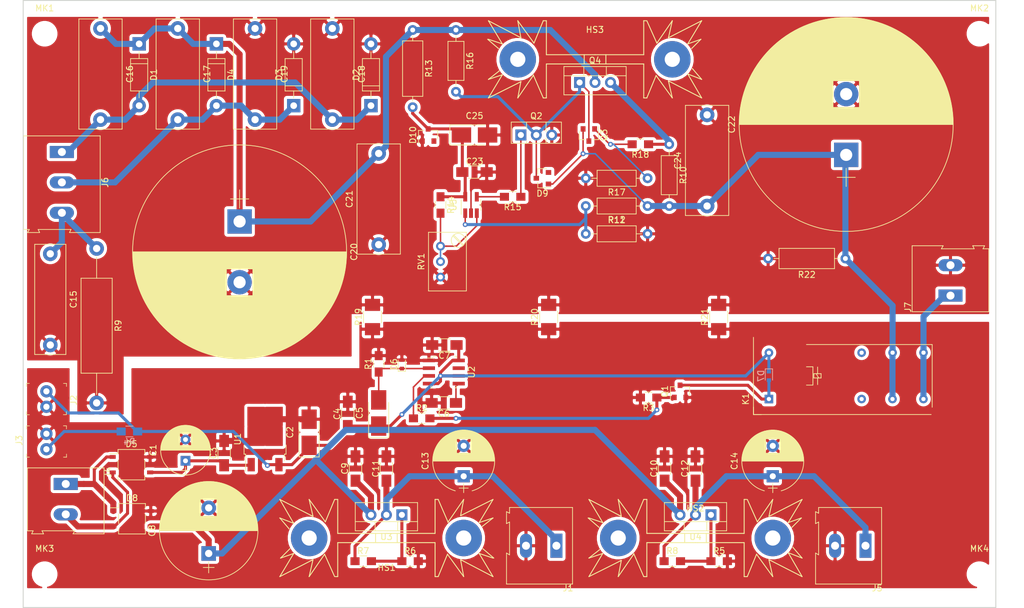
<source format=kicad_pcb>
(kicad_pcb (version 20171130) (host pcbnew "(5.1.7)-1")
  (layers (0 F.Cu signal) (31 B.Cu signal) (34 B.Paste user) (35 F.Paste user) (36 B.SilkS user) (37 F.SilkS user) (38 B.Mask user) (39 F.Mask user) (44 Edge.Cuts user))
  (net 0 "")
  (net 1 "Net-(C1-Pad1)")
  (net 2 "Net-(D5-Pad1)")
  (net 3 "Net-(D5-Pad2)")
  (net 4 "Net-(Q1-Pad1)")
  (net 5 "Net-(R2-Pad1)")
  (net 6 "Net-(C5-Pad2)")
  (net 7 "Net-(C6-Pad1)")
  (net 8 "Net-(D7-Pad2)")
  (net 9 "Net-(J3-Pad1)")
  (net 10 "Net-(C15-Pad1)")
  (net 11 "Net-(C10-Pad1)")
  (net 12 "Net-(C11-Pad1)")
  (net 13 "Net-(C12-Pad1)")
  (net 14 "Net-(R5-Pad1)")
  (net 15 "Net-(R6-Pad1)")
  (net 16 GND_LV)
  (net 17 +5VDC)
  (net 18 "Net-(C16-Pad1)")
  (net 19 "Net-(C16-Pad2)")
  (net 20 "Net-(C17-Pad2)")
  (net 21 "Net-(D9-Pad1)")
  (net 22 "Net-(Q3-Pad1)")
  (net 23 "Net-(Q4-Pad3)")
  (net 24 "Net-(R11-Pad2)")
  (net 25 GND_HV)
  (net 26 "Net-(C23-Pad1)")
  (net 27 "Net-(Q2-Pad1)")
  (net 28 "Net-(R14-Pad2)")
  (net 29 "Net-(R15-Pad2)")
  (net 30 HV)
  (net 31 "Net-(J7-Pad1)")
  (module Resistors_SMD:R_1210_HandSoldering (layer F.Cu) (at 169.38 97.146 90)
    (fp_text reference R21 (at 0 -2.3 90) (layer F.SilkS))
    (fp_text value 1R/0.5W)
    (pad 1 smd rect (at -2 0 90) (size 2 2.5) (layers F.Cu F.Paste F.Mask) (net 16 GND_LV))
    (pad 2 smd rect (at 2 0 90) (size 2 2.5) (layers F.Cu F.Paste F.Mask) (net 25 GND_HV))
  )
  (module Resistors_SMD:R_1210_HandSoldering (layer F.Cu) (at 141.44 97.146 90)
    (fp_text reference R20 (at 0 -2.3 90) (layer F.SilkS))
    (fp_text value 1R/0.5W)
    (pad 1 smd rect (at -2 0 90) (size 2 2.5) (layers F.Cu F.Paste F.Mask) (net 16 GND_LV))
    (pad 2 smd rect (at 2 0 90) (size 2 2.5) (layers F.Cu F.Paste F.Mask) (net 25 GND_HV))
  )
  (module Resistors_SMD:R_1210_HandSoldering (layer F.Cu) (at 112.484 97.146 90)
    (fp_text reference R19 (at 0 -2.3 90) (layer F.SilkS))
    (fp_text value 1R/0.5W)
    (pad 1 smd rect (at -2 0 90) (size 2 2.5) (layers F.Cu F.Paste F.Mask) (net 16 GND_LV))
    (pad 2 smd rect (at 2 0 90) (size 2 2.5) (layers F.Cu F.Paste F.Mask) (net 25 GND_HV))
  )
  (module Resistors_THT:R_Axial_DIN0309_L9.0mm_D3.2mm_P12.70mm_Horizontal (layer F.Cu) (at 190.208 87.526 180)
    (fp_text reference R22 (at 6.35 -2.66) (layer F.SilkS))
    (fp_text value 100k/2W)
    (pad 1 thru_hole circle (at 0 0 180) (size 1.6 1.6) (drill 0.8) (layers *.Cu *.Mask) (net 30 HV))
    (pad 2 thru_hole oval (at 12.7 0 180) (size 1.6 1.6) (drill 0.8) (layers *.Cu *.Mask) (net 25 GND_HV))
  )
  (module Connectors_Terminal_Blocks:TerminalBlock_Altech_AK300-2_P5.00mm (layer F.Cu) (at 62.065 124.61 270)
    (fp_text reference J4 (at -1.92 -6.99 90) (layer F.SilkS))
    (fp_text value Screw_Terminal_01x02)
    (pad 1 thru_hole rect (at 0 0 270) (size 1.98 3.96) (drill 1.32) (layers *.Cu *.Mask) (net 2 "Net-(D5-Pad1)"))
    (pad 2 thru_hole oval (at 5 0 270) (size 1.98 3.96) (drill 1.32) (layers *.Cu *.Mask) (net 3 "Net-(D5-Pad2)"))
  )
  (module Capacitors_THT:CP_Radial_D8.0mm_P3.50mm (layer F.Cu) (at 81.75 120.8 90)
    (fp_text reference C1 (at 1.75 -5.31 90) (layer F.SilkS))
    (fp_text value 470uF/16V)
    (pad 1 thru_hole rect (at 0 0 90) (size 1.6 1.6) (drill 0.8) (layers *.Cu *.Mask) (net 1 "Net-(C1-Pad1)"))
    (pad 2 thru_hole circle (at 3.5 0 90) (size 1.6 1.6) (drill 0.8) (layers *.Cu *.Mask) (net 16 GND_LV))
  )
  (module Connectors_Terminal_Blocks:TerminalBlock_Altech_AK300-2_P5.00mm (layer F.Cu) (at 207.48 93.622 90)
    (fp_text reference J7 (at -1.92 -6.99 90) (layer F.SilkS))
    (fp_text value Screw_Terminal_01x02)
    (pad 1 thru_hole rect (at 0 0 90) (size 1.98 3.96) (drill 1.32) (layers *.Cu *.Mask) (net 31 "Net-(J7-Pad1)"))
    (pad 2 thru_hole oval (at 5 0 90) (size 1.98 3.96) (drill 1.32) (layers *.Cu *.Mask) (net 25 GND_HV))
  )
  (module Capacitors_Tantalum_SMD:CP_Tantalum_Case-T_EIA-3528-12_Hand (layer F.Cu) (at 129.248 67.206)
    (fp_text reference C25 (at 0 -3.15) (layer F.SilkS))
    (fp_text value 15uF/25V)
    (pad 1 smd rect (at -2.15 0) (size 3.2 2.5) (layers F.Cu F.Paste F.Mask) (net 26 "Net-(C23-Pad1)"))
    (pad 2 smd rect (at 2.15 0) (size 3.2 2.5) (layers F.Cu F.Paste F.Mask) (net 25 GND_HV))
  )
  (module Potentiometers:Potentiometer_Trimmer_Bourns_3299W (layer F.Cu) (at 123.66 85.494 90)
    (fp_text reference RV1 (at -2.54 -3.16 90) (layer F.SilkS))
    (fp_text value R_POT_TRIM)
    (pad 1 thru_hole circle (at 0 0 90) (size 1.44 1.44) (drill 0.8) (layers *.Cu *.Mask) (net 28 "Net-(R14-Pad2)"))
    (pad 2 thru_hole circle (at -2.54 0 90) (size 1.44 1.44) (drill 0.8) (layers *.Cu *.Mask) (net 28 "Net-(R14-Pad2)"))
    (pad 3 thru_hole circle (at -5.08 0 90) (size 1.44 1.44) (drill 0.8) (layers *.Cu *.Mask) (net 25 GND_HV))
  )
  (module Resistors_SMD:R_0805_HandSoldering (layer F.Cu) (at 156.506 68.73 180)
    (fp_text reference R18 (at 0 -1.7) (layer F.SilkS))
    (fp_text value 4.99k,1/8W)
    (pad 1 smd rect (at -1.35 0 180) (size 1.5 1.3) (layers F.Cu F.Paste F.Mask) (net 23 "Net-(Q4-Pad3)"))
    (pad 2 smd rect (at 1.35 0 180) (size 1.5 1.3) (layers F.Cu F.Paste F.Mask) (net 22 "Net-(Q3-Pad1)"))
  )
  (module Resistors_THT:R_Axial_DIN0207_L6.3mm_D2.5mm_P10.16mm_Horizontal (layer F.Cu) (at 157.696 74.318 180)
    (fp_text reference R17 (at 5.08 -2.31) (layer F.SilkS))
    (fp_text value 200k/0.6W)
    (pad 1 thru_hole circle (at 0 0 180) (size 1.6 1.6) (drill 0.8) (layers *.Cu *.Mask) (net 22 "Net-(Q3-Pad1)"))
    (pad 2 thru_hole oval (at 10.16 0 180) (size 1.6 1.6) (drill 0.8) (layers *.Cu *.Mask) (net 25 GND_HV))
  )
  (module Resistors_THT:R_Axial_DIN0207_L6.3mm_D2.5mm_P10.16mm_Horizontal (layer F.Cu) (at 126.2 49.934 270)
    (fp_text reference R16 (at 5.08 -2.31 90) (layer F.SilkS))
    (fp_text value 100k/0.6W)
    (pad 1 thru_hole circle (at 0 0 270) (size 1.6 1.6) (drill 0.8) (layers *.Cu *.Mask) (net 18 "Net-(C16-Pad1)"))
    (pad 2 thru_hole oval (at 10.16 0 270) (size 1.6 1.6) (drill 0.8) (layers *.Cu *.Mask) (net 21 "Net-(D9-Pad1)"))
  )
  (module Resistors_SMD:R_0805_HandSoldering (layer F.Cu) (at 135.518 77.366 180)
    (fp_text reference R15 (at 0 -1.7) (layer F.SilkS))
    (fp_text value "100k 1/8W")
    (pad 1 smd rect (at -1.35 0 180) (size 1.5 1.3) (layers F.Cu F.Paste F.Mask) (net 27 "Net-(Q2-Pad1)"))
    (pad 2 smd rect (at 1.35 0 180) (size 1.5 1.3) (layers F.Cu F.Paste F.Mask) (net 29 "Net-(R15-Pad2)"))
  )
  (module Resistors_SMD:R_0805_HandSoldering (layer F.Cu) (at 123.66 78.716 270)
    (fp_text reference R14 (at 0 -1.7 90) (layer F.SilkS))
    (fp_text value "232k 1/8W")
    (pad 1 smd rect (at -1.35 0 270) (size 1.5 1.3) (layers F.Cu F.Paste F.Mask) (net 26 "Net-(C23-Pad1)"))
    (pad 2 smd rect (at 1.35 0 270) (size 1.5 1.3) (layers F.Cu F.Paste F.Mask) (net 28 "Net-(R14-Pad2)"))
  )
  (module Resistors_THT:R_Axial_DIN0309_L9.0mm_D3.2mm_P12.70mm_Horizontal (layer F.Cu) (at 119.088 49.934 270)
    (fp_text reference R13 (at 6.35 -2.66 90) (layer F.SilkS))
    (fp_text value 100k/2W)
    (pad 1 thru_hole circle (at 0 0 270) (size 1.6 1.6) (drill 0.8) (layers *.Cu *.Mask) (net 18 "Net-(C16-Pad1)"))
    (pad 2 thru_hole oval (at 12.7 0 270) (size 1.6 1.6) (drill 0.8) (layers *.Cu *.Mask) (net 26 "Net-(C23-Pad1)"))
  )
  (module Resistors_THT:R_Axial_DIN0207_L6.3mm_D2.5mm_P10.16mm_Horizontal (layer F.Cu) (at 147.536 83.462)
    (fp_text reference R12 (at 5.08 -2.31) (layer F.SilkS))
    (fp_text value 10K/0.6W)
    (pad 1 thru_hole circle (at 0 0) (size 1.6 1.6) (drill 0.8) (layers *.Cu *.Mask) (net 24 "Net-(R11-Pad2)"))
    (pad 2 thru_hole oval (at 10.16 0) (size 1.6 1.6) (drill 0.8) (layers *.Cu *.Mask) (net 25 GND_HV))
  )
  (module Resistors_THT:R_Axial_DIN0207_L6.3mm_D2.5mm_P10.16mm_Horizontal (layer F.Cu) (at 157.696 78.89 180)
    (fp_text reference R11 (at 5.08 -2.31) (layer F.SilkS))
    (fp_text value 402K/0.6W)
    (pad 1 thru_hole circle (at 0 0 180) (size 1.6 1.6) (drill 0.8) (layers *.Cu *.Mask) (net 30 HV))
    (pad 2 thru_hole oval (at 10.16 0 180) (size 1.6 1.6) (drill 0.8) (layers *.Cu *.Mask) (net 24 "Net-(R11-Pad2)"))
  )
  (module Resistors_THT:R_Axial_DIN0207_L6.3mm_D2.5mm_P10.16mm_Horizontal (layer F.Cu) (at 161.252 68.73 270)
    (fp_text reference R10 (at 5.08 -2.31 90) (layer F.SilkS))
    (fp_text value 12R/0.6W)
    (pad 1 thru_hole circle (at 0 0 270) (size 1.6 1.6) (drill 0.8) (layers *.Cu *.Mask) (net 23 "Net-(Q4-Pad3)"))
    (pad 2 thru_hole oval (at 10.16 0 270) (size 1.6 1.6) (drill 0.8) (layers *.Cu *.Mask) (net 30 HV))
  )
  (module TO_SOT_Packages_THT:TO-126_Vertical (layer F.Cu) (at 136.868 67.206)
    (fp_text reference Q2 (at 2.54 -3.12) (layer F.SilkS))
    (fp_text value MJE13003)
    (pad 1 thru_hole rect (at 0 0) (size 1.8 1.8) (drill 1) (layers *.Cu *.Mask) (net 27 "Net-(Q2-Pad1)"))
    (pad 2 thru_hole oval (at 2.54 0) (size 1.8 1.8) (drill 1) (layers *.Cu *.Mask) (net 21 "Net-(D9-Pad1)"))
    (pad 3 thru_hole oval (at 5.08 0) (size 1.8 1.8) (drill 1) (layers *.Cu *.Mask) (net 25 GND_HV))
  )
  (module Capacitors_THT:C_Rect_L18.0mm_W7.0mm_P15.00mm_FKS3_FKP3 (layer F.Cu) (at 167.475 78.89 90)
    (fp_text reference C24 (at 7.5 -4.81 90) (layer F.SilkS))
    (fp_text value 100nF/400V)
    (pad 1 thru_hole circle (at 0 0 90) (size 2.4 2.4) (drill 1.2) (layers *.Cu *.Mask) (net 30 HV))
    (pad 2 thru_hole circle (at 15 0 90) (size 2.4 2.4) (drill 1.2) (layers *.Cu *.Mask) (net 25 GND_HV))
  )
  (module Capacitors_SMD:C_1206_HandSoldering (layer F.Cu) (at 129.248 73.302)
    (fp_text reference C23 (at 0 -1.75) (layer F.SilkS))
    (fp_text value 100nF/50V)
    (pad 1 smd rect (at -2 0) (size 2 1.6) (layers F.Cu F.Paste F.Mask) (net 26 "Net-(C23-Pad1)"))
    (pad 2 smd rect (at 2 0) (size 2 1.6) (layers F.Cu F.Paste F.Mask) (net 25 GND_HV))
  )
  (module TO_SOT_Packages_THT:TO-220-3_Vertical (layer F.Cu) (at 146.52 58.57)
    (fp_text reference Q4 (at 2.54 -3.62) (layer F.SilkS))
    (fp_text value IRF840)
    (pad 1 thru_hole rect (at 0 0) (size 1.8 1.8) (drill 1) (layers *.Cu *.Mask) (net 21 "Net-(D9-Pad1)"))
    (pad 2 thru_hole oval (at 2.54 0) (size 1.8 1.8) (drill 1) (layers *.Cu *.Mask) (net 18 "Net-(C16-Pad1)"))
    (pad 3 thru_hole oval (at 5.08 0) (size 1.8 1.8) (drill 1) (layers *.Cu *.Mask) (net 23 "Net-(Q4-Pad3)"))
  )
  (module TO_SOT_Packages_SMD:SOT-23 (layer F.Cu) (at 148.044 67.206 270)
    (fp_text reference Q3 (at 0 -2.5 90) (layer F.SilkS))
    (fp_text value MMBT3904-TP)
    (pad 1 smd rect (at -1 -0.95 270) (size 0.9 0.8) (layers F.Cu F.Paste F.Mask) (net 22 "Net-(Q3-Pad1)"))
    (pad 2 smd rect (at -1 0.95 270) (size 0.9 0.8) (layers F.Cu F.Paste F.Mask) (net 30 HV))
    (pad 3 smd rect (at 1 0 270) (size 0.9 0.8) (layers F.Cu F.Paste F.Mask) (net 21 "Net-(D9-Pad1)"))
  )
  (module Heatsinks:Heatsink_Fischer_SK104-STC-STIC_35x13mm_2xDrill2.5mm (layer F.Cu) (at 149.06 54.76)
    (fp_text reference HS3 (at -0.025 -4.875) (layer F.SilkS))
    (fp_text value Heatsink)
    (pad 1 thru_hole circle (at 12.7 0) (size 5.99948 5.99948) (drill 2.49936) (layers *.Cu *.Mask))
    (pad 1 thru_hole circle (at -12.7 0) (size 5.99948 5.99948) (drill 2.49936) (layers *.Cu *.Mask))
  )
  (module Diodes_SMD:D_SOT-23_ANK (layer F.Cu) (at 121.628 67.206 90)
    (fp_text reference D10 (at 0 -2.5 90) (layer F.SilkS))
    (fp_text value BZX84C15)
    (pad 2 smd rect (at -1 -0.95 90) (size 0.9 0.8) (layers F.Cu F.Paste F.Mask) (net 25 GND_HV))
    (pad "" smd rect (at -1 0.95 90) (size 0.9 0.8) (layers F.Cu F.Paste F.Mask))
    (pad 1 smd rect (at 1 0 90) (size 0.9 0.8) (layers F.Cu F.Paste F.Mask) (net 26 "Net-(C23-Pad1)"))
  )
  (module Diodes_SMD:D_SOT-23_ANK (layer F.Cu) (at 140.408 74.318 180)
    (fp_text reference D9 (at 0 -2.5) (layer F.SilkS))
    (fp_text value BZX84C15)
    (pad 2 smd rect (at -1 -0.95 180) (size 0.9 0.8) (layers F.Cu F.Paste F.Mask) (net 30 HV))
    (pad "" smd rect (at -1 0.95 180) (size 0.9 0.8) (layers F.Cu F.Paste F.Mask))
    (pad 1 smd rect (at 1 0 180) (size 0.9 0.8) (layers F.Cu F.Paste F.Mask) (net 21 "Net-(D9-Pad1)"))
  )
  (module Capacitors_THT:CP_Radial_D35.0mm_P10.00mm_SnapIn (layer F.Cu) (at 190.335 70.475 90)
    (fp_text reference C22 (at 5 -18.81 90) (layer F.SilkS))
    (fp_text value 470uF/400V)
    (pad 1 thru_hole rect (at 0 0 90) (size 4 4) (drill 2) (layers *.Cu *.Mask) (net 30 HV))
    (pad 2 thru_hole circle (at 10 0 90) (size 4 4) (drill 2) (layers *.Cu *.Mask) (net 25 GND_HV))
  )
  (module Capacitors_THT:C_Rect_L18.0mm_W7.0mm_P15.00mm_FKS3_FKP3 (layer F.Cu) (at 113.5 85.24 90)
    (fp_text reference C21 (at 7.5 -4.81 90) (layer F.SilkS))
    (fp_text value 100nF/400V)
    (pad 1 thru_hole circle (at 0 0 90) (size 2.4 2.4) (drill 1.2) (layers *.Cu *.Mask) (net 25 GND_HV))
    (pad 2 thru_hole circle (at 15 0 90) (size 2.4 2.4) (drill 1.2) (layers *.Cu *.Mask) (net 18 "Net-(C16-Pad1)"))
  )
  (module Capacitors_THT:CP_Radial_D35.0mm_P10.00mm_SnapIn (layer F.Cu) (at 90.64 81.43 270)
    (fp_text reference C20 (at 5 -18.81 90) (layer F.SilkS))
    (fp_text value 680uF/400V)
    (pad 1 thru_hole rect (at 0 0 270) (size 4 4) (drill 2) (layers *.Cu *.Mask) (net 18 "Net-(C16-Pad1)"))
    (pad 2 thru_hole circle (at 10 0 270) (size 4 4) (drill 2) (layers *.Cu *.Mask) (net 25 GND_HV))
  )
  (module TO_SOT_Packages_SMD:SOT-23-5_HandSoldering (layer F.Cu) (at 128.674 78.716 90)
    (fp_text reference U5 (at 0 -2.9 90) (layer F.SilkS))
    (fp_text value LM321)
    (pad 1 smd rect (at -1.35 -0.95 90) (size 1.56 0.65) (layers F.Cu F.Paste F.Mask) (net 24 "Net-(R11-Pad2)"))
    (pad 2 smd rect (at -1.35 0 90) (size 1.56 0.65) (layers F.Cu F.Paste F.Mask) (net 25 GND_HV))
    (pad 3 smd rect (at -1.35 0.95 90) (size 1.56 0.65) (layers F.Cu F.Paste F.Mask) (net 28 "Net-(R14-Pad2)"))
    (pad 4 smd rect (at 1.35 0.95 90) (size 1.56 0.65) (layers F.Cu F.Paste F.Mask) (net 29 "Net-(R15-Pad2)"))
    (pad 5 smd rect (at 1.35 -0.95 90) (size 1.56 0.65) (layers F.Cu F.Paste F.Mask) (net 26 "Net-(C23-Pad1)"))
  )
  (module Connectors_Terminal_Blocks:TerminalBlock_Altech_AK300-3_P5.00mm (layer F.Cu) (at 61.43 70 270)
    (fp_text reference J6 (at 5 -7.1 90) (layer F.SilkS))
    (fp_text value Screw_Terminal_01x03)
    (pad 1 thru_hole rect (at 0 0 270) (size 1.98 3.96) (drill 1.32) (layers *.Cu *.Mask) (net 19 "Net-(C16-Pad2)"))
    (pad 2 thru_hole oval (at 5 0 270) (size 1.98 3.96) (drill 1.32) (layers *.Cu *.Mask) (net 20 "Net-(C17-Pad2)"))
    (pad 3 thru_hole oval (at 10 0 270) (size 1.98 3.96) (drill 1.32) (layers *.Cu *.Mask) (net 10 "Net-(C15-Pad1)"))
  )
  (module Capacitors_THT:C_Rect_L18.0mm_W7.0mm_P15.00mm_FKS3_FKP3 (layer F.Cu) (at 93.18 49.68 270)
    (fp_text reference C19 (at 7.5 -4.81 90) (layer F.SilkS))
    (fp_text value 100nF/400V)
    (pad 1 thru_hole circle (at 0 0 270) (size 2.4 2.4) (drill 1.2) (layers *.Cu *.Mask) (net 25 GND_HV))
    (pad 2 thru_hole circle (at 15 0 270) (size 2.4 2.4) (drill 1.2) (layers *.Cu *.Mask) (net 20 "Net-(C17-Pad2)"))
  )
  (module Capacitors_THT:C_Rect_L18.0mm_W7.0mm_P15.00mm_FKS3_FKP3 (layer F.Cu) (at 105.88 49.68 270)
    (fp_text reference C18 (at 7.5 -4.81 90) (layer F.SilkS))
    (fp_text value 100nF/400V)
    (pad 1 thru_hole circle (at 0 0 270) (size 2.4 2.4) (drill 1.2) (layers *.Cu *.Mask) (net 25 GND_HV))
    (pad 2 thru_hole circle (at 15 0 270) (size 2.4 2.4) (drill 1.2) (layers *.Cu *.Mask) (net 19 "Net-(C16-Pad2)"))
  )
  (module Capacitors_THT:C_Rect_L18.0mm_W7.0mm_P15.00mm_FKS3_FKP3 (layer F.Cu) (at 80.48 49.68 270)
    (fp_text reference C17 (at 7.5 -4.81 90) (layer F.SilkS))
    (fp_text value 100nF/400V)
    (pad 1 thru_hole circle (at 0 0 270) (size 2.4 2.4) (drill 1.2) (layers *.Cu *.Mask) (net 18 "Net-(C16-Pad1)"))
    (pad 2 thru_hole circle (at 15 0 270) (size 2.4 2.4) (drill 1.2) (layers *.Cu *.Mask) (net 20 "Net-(C17-Pad2)"))
  )
  (module Capacitors_THT:C_Rect_L18.0mm_W7.0mm_P15.00mm_FKS3_FKP3 (layer F.Cu) (at 67.78 49.68 270)
    (fp_text reference C16 (at 7.5 -4.81 90) (layer F.SilkS))
    (fp_text value 100nF/400V)
    (pad 1 thru_hole circle (at 0 0 270) (size 2.4 2.4) (drill 1.2) (layers *.Cu *.Mask) (net 18 "Net-(C16-Pad1)"))
    (pad 2 thru_hole circle (at 15 0 270) (size 2.4 2.4) (drill 1.2) (layers *.Cu *.Mask) (net 19 "Net-(C16-Pad2)"))
  )
  (module Connectors_Terminal_Blocks:TerminalBlock_Altech_AK300-2_P5.00mm (layer F.Cu) (at 193.51 134.77 180)
    (fp_text reference J5 (at -1.92 -6.99) (layer F.SilkS))
    (fp_text value Screw_Terminal_01x02)
    (pad 1 thru_hole rect (at 0 0 180) (size 1.98 3.96) (drill 1.32) (layers *.Cu *.Mask) (net 13 "Net-(C12-Pad1)"))
    (pad 2 thru_hole oval (at 5 0 180) (size 1.98 3.96) (drill 1.32) (layers *.Cu *.Mask) (net 16 GND_LV))
  )
  (module Resistors_THT:R_Axial_DIN0516_L15.5mm_D5.0mm_P25.40mm_Horizontal (layer F.Cu) (at 67.145 85.875 270)
    (fp_text reference R9 (at 12.7 -3.56 90) (layer F.SilkS))
    (fp_text value 100R/3W)
    (pad 1 thru_hole circle (at 0 0 270) (size 2.4 2.4) (drill 1.2) (layers *.Cu *.Mask) (net 10 "Net-(C15-Pad1)"))
    (pad 2 thru_hole oval (at 25.4 0 270) (size 2.4 2.4) (drill 1.2) (layers *.Cu *.Mask) (net 25 GND_HV))
  )
  (module Capacitors_THT:C_Rect_L18.0mm_W5.0mm_P15.00mm_FKS3_FKP3 (layer F.Cu) (at 59.525 86.75 270)
    (fp_text reference C15 (at 7.5 -3.81 90) (layer F.SilkS))
    (fp_text value "2.2nF 2kV")
    (pad 1 thru_hole circle (at 0 0 270) (size 2.4 2.4) (drill 1.2) (layers *.Cu *.Mask) (net 10 "Net-(C15-Pad1)"))
    (pad 2 thru_hole circle (at 15 0 270) (size 2.4 2.4) (drill 1.2) (layers *.Cu *.Mask) (net 25 GND_HV))
  )
  (module Connectors_Terminal_Blocks:TerminalBlock_Altech_AK300-2_P5.00mm (layer F.Cu) (at 142.71 134.77 180)
    (fp_text reference J1 (at -1.92 -6.99) (layer F.SilkS))
    (fp_text value Screw_Terminal_01x02)
    (pad 1 thru_hole rect (at 0 0 180) (size 1.98 3.96) (drill 1.32) (layers *.Cu *.Mask) (net 12 "Net-(C11-Pad1)"))
    (pad 2 thru_hole oval (at 5 0 180) (size 1.98 3.96) (drill 1.32) (layers *.Cu *.Mask) (net 16 GND_LV))
  )
  (module TO_SOT_Packages_THT:TO-220-3_Vertical (layer F.Cu) (at 168.11 129.69 180)
    (fp_text reference U4 (at 2.54 -3.62) (layer F.SilkS))
    (fp_text value LM317_3PinPackage)
    (pad 1 thru_hole rect (at 0 0 180) (size 1.8 1.8) (drill 1) (layers *.Cu *.Mask) (net 14 "Net-(R5-Pad1)"))
    (pad 2 thru_hole oval (at 2.54 0 180) (size 1.8 1.8) (drill 1) (layers *.Cu *.Mask) (net 13 "Net-(C12-Pad1)"))
    (pad 3 thru_hole oval (at 5.08 0 180) (size 1.8 1.8) (drill 1) (layers *.Cu *.Mask) (net 11 "Net-(C10-Pad1)"))
  )
  (module Resistors_SMD:R_0805_HandSoldering (layer F.Cu) (at 161.76 137.31)
    (fp_text reference R8 (at 0 -1.7) (layer F.SilkS))
    (fp_text value "240R 1/8W")
    (pad 1 smd rect (at -1.35 0) (size 1.5 1.3) (layers F.Cu F.Paste F.Mask) (net 13 "Net-(C12-Pad1)"))
    (pad 2 smd rect (at 1.35 0) (size 1.5 1.3) (layers F.Cu F.Paste F.Mask) (net 14 "Net-(R5-Pad1)"))
  )
  (module Resistors_SMD:R_0805_HandSoldering (layer F.Cu) (at 110.96 137.31)
    (fp_text reference R7 (at 0 -1.7) (layer F.SilkS))
    (fp_text value "240R 1/8W")
    (pad 1 smd rect (at -1.35 0) (size 1.5 1.3) (layers F.Cu F.Paste F.Mask) (net 12 "Net-(C11-Pad1)"))
    (pad 2 smd rect (at 1.35 0) (size 1.5 1.3) (layers F.Cu F.Paste F.Mask) (net 15 "Net-(R6-Pad1)"))
  )
  (module Resistors_SMD:R_0805_HandSoldering (layer F.Cu) (at 118.66 137.31)
    (fp_text reference R6 (at 0 -1.7) (layer F.SilkS))
    (fp_text value "976R 1/8W")
    (pad 1 smd rect (at -1.35 0) (size 1.5 1.3) (layers F.Cu F.Paste F.Mask) (net 15 "Net-(R6-Pad1)"))
    (pad 2 smd rect (at 1.35 0) (size 1.5 1.3) (layers F.Cu F.Paste F.Mask) (net 16 GND_LV))
  )
  (module Resistors_SMD:R_0805_HandSoldering (layer F.Cu) (at 169.46 137.31)
    (fp_text reference R5 (at 0 -1.7) (layer F.SilkS))
    (fp_text value "976R 1/8W")
    (pad 1 smd rect (at -1.35 0) (size 1.5 1.3) (layers F.Cu F.Paste F.Mask) (net 14 "Net-(R5-Pad1)"))
    (pad 2 smd rect (at 1.35 0) (size 1.5 1.3) (layers F.Cu F.Paste F.Mask) (net 16 GND_LV))
  )
  (module Heatsinks:Heatsink_Fischer_SK104-STC-STIC_35x13mm_2xDrill2.5mm (layer F.Cu) (at 165.57 133.5)
    (fp_text reference HS2 (at -0.025 -4.875) (layer F.SilkS))
    (fp_text value Heatsink)
    (pad 1 thru_hole circle (at 12.7 0) (size 5.99948 5.99948) (drill 2.49936) (layers *.Cu *.Mask))
    (pad 1 thru_hole circle (at -12.7 0) (size 5.99948 5.99948) (drill 2.49936) (layers *.Cu *.Mask))
  )
  (module Diodes_SMD:Diode_Bridge_TO-269AA (layer F.Cu) (at 72.96 130.325)
    (fp_text reference D8 (at 0 -3.4) (layer F.SilkS))
    (fp_text value CDBHM2100L-HF)
    (pad 1 smd rect (at -3.075 -1.27) (size 1 0.64) (layers F.Cu F.Paste F.Mask) (net 2 "Net-(D5-Pad1)"))
    (pad 2 smd rect (at -3.075 1.27) (size 1 0.64) (layers F.Cu F.Paste F.Mask) (net 3 "Net-(D5-Pad2)"))
    (pad 3 smd rect (at 3.075 1.27) (size 1 0.64) (layers F.Cu F.Paste F.Mask) (net 11 "Net-(C10-Pad1)"))
    (pad 4 smd rect (at 3.075 -1.27) (size 1 0.64) (layers F.Cu F.Paste F.Mask) (net 16 GND_LV))
  )
  (module Capacitors_THT:CP_Radial_D10.0mm_P5.00mm (layer F.Cu) (at 178.27 123.34 90)
    (fp_text reference C14 (at 2.5 -6.31 90) (layer F.SilkS))
    (fp_text value 1000uF/16V)
    (pad 1 thru_hole rect (at 0 0 90) (size 2 2) (drill 1) (layers *.Cu *.Mask) (net 13 "Net-(C12-Pad1)"))
    (pad 2 thru_hole circle (at 5 0 90) (size 2 2) (drill 1) (layers *.Cu *.Mask) (net 16 GND_LV))
  )
  (module Capacitors_THT:CP_Radial_D10.0mm_P5.00mm (layer F.Cu) (at 127.47 123.34 90)
    (fp_text reference C13 (at 2.5 -6.31 90) (layer F.SilkS))
    (fp_text value 1000uF/16V)
    (pad 1 thru_hole rect (at 0 0 90) (size 2 2) (drill 1) (layers *.Cu *.Mask) (net 12 "Net-(C11-Pad1)"))
    (pad 2 thru_hole circle (at 5 0 90) (size 2 2) (drill 1) (layers *.Cu *.Mask) (net 16 GND_LV))
  )
  (module Capacitors_SMD:C_1206_HandSoldering (layer F.Cu) (at 165.57 122.07 90)
    (fp_text reference C12 (at 0 -1.75 90) (layer F.SilkS))
    (fp_text value 100nF/50V)
    (pad 1 smd rect (at -2 0 90) (size 2 1.6) (layers F.Cu F.Paste F.Mask) (net 13 "Net-(C12-Pad1)"))
    (pad 2 smd rect (at 2 0 90) (size 2 1.6) (layers F.Cu F.Paste F.Mask) (net 16 GND_LV))
  )
  (module Capacitors_SMD:C_1206_HandSoldering (layer F.Cu) (at 114.77 122.07 90)
    (fp_text reference C11 (at 0 -1.75 90) (layer F.SilkS))
    (fp_text value 100nF/50V)
    (pad 1 smd rect (at -2 0 90) (size 2 1.6) (layers F.Cu F.Paste F.Mask) (net 12 "Net-(C11-Pad1)"))
    (pad 2 smd rect (at 2 0 90) (size 2 1.6) (layers F.Cu F.Paste F.Mask) (net 16 GND_LV))
  )
  (module Capacitors_SMD:C_1206_HandSoldering (layer F.Cu) (at 160.49 122.07 90)
    (fp_text reference C10 (at 0 -1.75 90) (layer F.SilkS))
    (fp_text value 100nF/50V)
    (pad 1 smd rect (at -2 0 90) (size 2 1.6) (layers F.Cu F.Paste F.Mask) (net 11 "Net-(C10-Pad1)"))
    (pad 2 smd rect (at 2 0 90) (size 2 1.6) (layers F.Cu F.Paste F.Mask) (net 16 GND_LV))
  )
  (module Capacitors_SMD:C_1206_HandSoldering (layer F.Cu) (at 109.69 122.07 90)
    (fp_text reference C9 (at 0 -1.75 90) (layer F.SilkS))
    (fp_text value 100nF/50V)
    (pad 1 smd rect (at -2 0 90) (size 2 1.6) (layers F.Cu F.Paste F.Mask) (net 11 "Net-(C10-Pad1)"))
    (pad 2 smd rect (at 2 0 90) (size 2 1.6) (layers F.Cu F.Paste F.Mask) (net 16 GND_LV))
  )
  (module Capacitors_THT:CP_Radial_D16.0mm_P7.50mm (layer F.Cu) (at 85.56 136.04 90)
    (fp_text reference C8 (at 3.75 -9.31 90) (layer F.SilkS))
    (fp_text value 4700uF/16V)
    (pad 1 thru_hole rect (at 0 0 90) (size 2.4 2.4) (drill 1.2) (layers *.Cu *.Mask) (net 11 "Net-(C10-Pad1)"))
    (pad 2 thru_hole circle (at 7.5 0 90) (size 2.4 2.4) (drill 1.2) (layers *.Cu *.Mask) (net 16 GND_LV))
  )
  (module Heatsinks:Heatsink_Fischer_SK104-STC-STIC_35x13mm_2xDrill2.5mm (layer F.Cu) (at 114.77 133.5 180)
    (fp_text reference HS1 (at -0.025 -4.875) (layer F.SilkS))
    (fp_text value Heatsink)
    (pad 1 thru_hole circle (at 12.7 0 180) (size 5.99948 5.99948) (drill 2.49936) (layers *.Cu *.Mask))
    (pad 1 thru_hole circle (at -12.7 0 180) (size 5.99948 5.99948) (drill 2.49936) (layers *.Cu *.Mask))
  )
  (module TO_SOT_Packages_THT:TO-220-3_Vertical (layer F.Cu) (at 117.31 129.69 180)
    (fp_text reference U3 (at 2.54 -3.62) (layer F.SilkS))
    (fp_text value LM317_3PinPackage)
    (pad 1 thru_hole rect (at 0 0 180) (size 1.8 1.8) (drill 1) (layers *.Cu *.Mask) (net 15 "Net-(R6-Pad1)"))
    (pad 2 thru_hole oval (at 2.54 0 180) (size 1.8 1.8) (drill 1) (layers *.Cu *.Mask) (net 12 "Net-(C11-Pad1)"))
    (pad 3 thru_hole oval (at 5.08 0 180) (size 1.8 1.8) (drill 1) (layers *.Cu *.Mask) (net 11 "Net-(C10-Pad1)"))
  )
  (module Resistors_SMD:R_0805_HandSoldering (layer B.Cu) (at 72.526 115.974)
    (fp_text reference R4 (at 0 1.7) (layer B.SilkS) (effects (justify mirror)))
    (fp_text value "470R 1/8W")
    (pad 1 smd rect (at -1.35 0) (size 1.5 1.3) (layers B.Cu B.Paste B.Mask) (net 9 "Net-(J3-Pad1)"))
    (pad 2 smd rect (at 1.35 0) (size 1.5 1.3) (layers B.Cu B.Paste B.Mask) (net 17 +5VDC))
  )
  (module digikey-footprints:PinHeader_1x2_P2.54mm_Drill1.02mm (layer F.Cu) (at 58.89 118.895 90)
    (fp_text reference J3 (at 1.45 -4.48 90) (layer F.SilkS))
    (fp_text value 22-23-2021)
    (pad 2 thru_hole circle (at 2.54 0 90) (size 2.02 2.02) (drill 1.02) (layers *.Cu *.Mask) (net 16 GND_LV))
    (pad 1 thru_hole circle (at 0 0 90) (size 2.02 2.02) (drill 1.02) (layers *.Cu *.Mask) (net 9 "Net-(J3-Pad1)"))
  )
  (module Diodes_SMD:D_SOD-523 (layer B.Cu) (at 177.635 106.83 270)
    (fp_text reference D7 (at 0 1.3 270) (layer B.SilkS) (effects (justify mirror)))
    (fp_text value 1N4148WT)
    (pad 2 smd rect (at 0.7 0 90) (size 0.6 0.7) (layers B.Cu B.Paste B.Mask) (net 8 "Net-(D7-Pad2)"))
    (pad 1 smd rect (at -0.7 0 90) (size 0.6 0.7) (layers B.Cu B.Paste B.Mask) (net 17 +5VDC))
  )
  (module Diodes_SMD:D_SOD-523 (layer F.Cu) (at 117.31 104.925 90)
    (fp_text reference D6 (at 0 -1.3 90) (layer F.SilkS))
    (fp_text value 1N4148WT)
    (pad 2 smd rect (at 0.7 0 270) (size 0.6 0.7) (layers F.Cu F.Paste F.Mask) (net 16 GND_LV))
    (pad 1 smd rect (at -0.7 0 270) (size 0.6 0.7) (layers F.Cu F.Paste F.Mask) (net 6 "Net-(C5-Pad2)"))
  )
  (module digikey-footprints:PinHeader_1x2_P2.54mm_Drill1.02mm (layer F.Cu) (at 58.89 109.37 270)
    (fp_text reference J2 (at 1.45 -4.48 90) (layer F.SilkS))
    (fp_text value 22-23-2021)
    (pad 2 thru_hole circle (at 2.54 0 270) (size 2.02 2.02) (drill 1.02) (layers *.Cu *.Mask) (net 16 GND_LV))
    (pad 1 thru_hole circle (at 0 0 270) (size 2.02 2.02) (drill 1.02) (layers *.Cu *.Mask) (net 17 +5VDC))
  )
  (module Capacitors_SMD:C_1206_HandSoldering (layer F.Cu) (at 124.295 101.75 180)
    (fp_text reference C7 (at 0 -1.75) (layer F.SilkS))
    (fp_text value 100nF/50V)
    (pad 1 smd rect (at -2 0 180) (size 2 1.6) (layers F.Cu F.Paste F.Mask) (net 17 +5VDC))
    (pad 2 smd rect (at 2 0 180) (size 2 1.6) (layers F.Cu F.Paste F.Mask) (net 16 GND_LV))
  )
  (module Capacitors_SMD:C_1206_HandSoldering (layer F.Cu) (at 124.2 111.275 180)
    (fp_text reference C6 (at 0 -1.75) (layer F.SilkS))
    (fp_text value 100nF/50V)
    (pad 1 smd rect (at -2 0 180) (size 2 1.6) (layers F.Cu F.Paste F.Mask) (net 7 "Net-(C6-Pad1)"))
    (pad 2 smd rect (at 2 0 180) (size 2 1.6) (layers F.Cu F.Paste F.Mask) (net 16 GND_LV))
  )
  (module Capacitors_Tantalum_SMD:CP_Tantalum_Case-T_EIA-3528-12_Hand (layer F.Cu) (at 113.5 112.935 90)
    (fp_text reference C5 (at 0 -3.15 90) (layer F.SilkS))
    (fp_text value 15uF/25V)
    (pad 1 smd rect (at -2.15 0 90) (size 3.2 2.5) (layers F.Cu F.Paste F.Mask) (net 17 +5VDC))
    (pad 2 smd rect (at 2.15 0 90) (size 3.2 2.5) (layers F.Cu F.Paste F.Mask) (net 6 "Net-(C5-Pad2)"))
  )
  (module TO_SOT_Packages_SMD:SOT-23 (layer F.Cu) (at 163.03 109.37 90)
    (fp_text reference Q1 (at 0 -2.5 90) (layer F.SilkS))
    (fp_text value MMBT3904-TP)
    (pad 1 smd rect (at -1 -0.95 90) (size 0.9 0.8) (layers F.Cu F.Paste F.Mask) (net 4 "Net-(Q1-Pad1)"))
    (pad 2 smd rect (at -1 0.95 90) (size 0.9 0.8) (layers F.Cu F.Paste F.Mask) (net 16 GND_LV))
    (pad 3 smd rect (at 1 0 90) (size 0.9 0.8) (layers F.Cu F.Paste F.Mask) (net 8 "Net-(D7-Pad2)"))
  )
  (module PowerSupply-6SN7:Relay_DPDT_Omron_G2RL-2 (layer F.Cu) (at 185.255 110.64 90)
    (fp_text reference K1 (at 0 -11.43 90) (layer F.SilkS))
    (fp_text value G6KU-2)
    (pad 1 thru_hole rect (at 0 -7.62 90) (size 1.4 1.4) (drill 0.7) (layers *.Cu *.Mask) (net 8 "Net-(D7-Pad2)"))
    (pad 8 thru_hole circle (at 7.62 -7.62 90) (size 1.4 1.4) (drill 0.7) (layers *.Cu *.Mask) (net 17 +5VDC))
    (pad 3 thru_hole circle (at 0 12.69 90) (size 1.4 1.4) (drill 0.7) (layers *.Cu *.Mask) (net 30 HV))
    (pad 4 thru_hole circle (at 0 17.78 90) (size 1.4 1.4) (drill 0.7) (layers *.Cu *.Mask) (net 31 "Net-(J7-Pad1)"))
    (pad 2 thru_hole circle (at 0 7.62 90) (size 1.4 1.4) (drill 0.7) (layers *.Cu *.Mask))
    (pad 6 thru_hole circle (at 7.63 12.71 90) (size 1.4 1.4) (drill 0.7) (layers *.Cu *.Mask) (net 30 HV))
    (pad 5 thru_hole circle (at 7.63 17.79 90) (size 1.4 1.4) (drill 0.7) (layers *.Cu *.Mask) (net 31 "Net-(J7-Pad1)"))
    (pad 7 thru_hole circle (at 7.62 7.62 90) (size 1.4 1.4) (drill 0.7) (layers *.Cu *.Mask))
  )
  (module digikey-footprints:SOIC-8_W3.9mm (layer F.Cu) (at 124.205 106.195 270)
    (fp_text reference U2 (at 0.01778 -4.56946 90) (layer F.SilkS))
    (fp_text value TLC555CDR)
    (pad 3 smd rect (at 0.635 2.45 270) (size 0.6 2) (layers F.Cu F.Paste F.Mask) (net 5 "Net-(R2-Pad1)"))
    (pad 8 smd rect (at -1.905 -2.45 270) (size 0.6 2) (layers F.Cu F.Paste F.Mask) (net 17 +5VDC))
    (pad 7 smd rect (at -0.635 -2.45 270) (size 0.6 2) (layers F.Cu F.Paste F.Mask))
    (pad 6 smd rect (at 0.635 -2.45 270) (size 0.6 2) (layers F.Cu F.Paste F.Mask) (net 17 +5VDC))
    (pad 5 smd rect (at 1.905 -2.45 270) (size 0.6 2) (layers F.Cu F.Paste F.Mask) (net 7 "Net-(C6-Pad1)"))
    (pad 4 smd rect (at 1.905 2.45 270) (size 0.6 2) (layers F.Cu F.Paste F.Mask) (net 17 +5VDC))
    (pad 2 smd rect (at -0.635 2.45 270) (size 0.6 2) (layers F.Cu F.Paste F.Mask) (net 6 "Net-(C5-Pad2)"))
    (pad 1 smd rect (at -1.905 2.45 270) (size 0.6 2) (layers F.Cu F.Paste F.Mask) (net 16 GND_LV))
  )
  (module TO_SOT_Packages_SMD:TO-252-2 (layer F.Cu) (at 94.825 117.235 90)
    (fp_text reference U1 (at 0 -4.5 90) (layer F.SilkS))
    (fp_text value MC78M05_TO252)
    (pad 1 smd rect (at -4.2 -2.28 90) (size 2.2 1.2) (layers F.Cu F.Paste F.Mask) (net 1 "Net-(C1-Pad1)"))
    (pad 3 smd rect (at -4.2 2.28 90) (size 2.2 1.2) (layers F.Cu F.Paste F.Mask) (net 17 +5VDC))
    (pad 2 smd rect (at 2.1 0 90) (size 6.4 5.8) (layers F.Cu F.Mask) (net 16 GND_LV))
    (pad 2 smd rect (at 3.775 1.525 90) (size 3.05 2.75) (layers F.Cu F.Paste) (net 16 GND_LV))
    (pad 2 smd rect (at 0.425 -1.525 90) (size 3.05 2.75) (layers F.Cu F.Paste) (net 16 GND_LV))
    (pad 2 smd rect (at 3.775 -1.525 90) (size 3.05 2.75) (layers F.Cu F.Paste) (net 16 GND_LV))
    (pad 2 smd rect (at 0.425 1.525 90) (size 3.05 2.75) (layers F.Cu F.Paste) (net 16 GND_LV))
  )
  (module Resistors_SMD:R_0805_HandSoldering (layer F.Cu) (at 157.87 110.386 180)
    (fp_text reference R3 (at 0 -1.7) (layer F.SilkS))
    (fp_text value "2.49k 1/8W")
    (pad 1 smd rect (at -1.35 0 180) (size 1.5 1.3) (layers F.Cu F.Paste F.Mask) (net 4 "Net-(Q1-Pad1)"))
    (pad 2 smd rect (at 1.35 0 180) (size 1.5 1.3) (layers F.Cu F.Paste F.Mask) (net 16 GND_LV))
  )
  (module Resistors_SMD:R_0805_HandSoldering (layer F.Cu) (at 120.565 113.815)
    (fp_text reference R2 (at 0 -1.7) (layer F.SilkS))
    (fp_text value "2.49k 1/8W")
    (pad 1 smd rect (at -1.35 0) (size 1.5 1.3) (layers F.Cu F.Paste F.Mask) (net 5 "Net-(R2-Pad1)"))
    (pad 2 smd rect (at 1.35 0) (size 1.5 1.3) (layers F.Cu F.Paste F.Mask) (net 4 "Net-(Q1-Pad1)"))
  )
  (module Resistors_SMD:R_0805_HandSoldering (layer F.Cu) (at 113.5 104.845 90)
    (fp_text reference R1 (at 0 -1.7 90) (layer F.SilkS))
    (fp_text value "1Meg 1/8W")
    (pad 1 smd rect (at -1.35 0 90) (size 1.5 1.3) (layers F.Cu F.Paste F.Mask) (net 6 "Net-(C5-Pad2)"))
    (pad 2 smd rect (at 1.35 0 90) (size 1.5 1.3) (layers F.Cu F.Paste F.Mask) (net 16 GND_LV))
  )
  (module Capacitors_SMD:C_1206_HandSoldering (layer F.Cu) (at 108.42 113.085 90)
    (fp_text reference C4 (at 0 -1.75 90) (layer F.SilkS))
    (fp_text value 100nF/50V)
    (pad 1 smd rect (at -2 0 90) (size 2 1.6) (layers F.Cu F.Paste F.Mask) (net 17 +5VDC))
    (pad 2 smd rect (at 2 0 90) (size 2 1.6) (layers F.Cu F.Paste F.Mask) (net 16 GND_LV))
  )
  (module Capacitors_Tantalum_SMD:CP_Tantalum_Case-T_EIA-3528-12_Hand (layer F.Cu) (at 102.07 116.11 90)
    (fp_text reference C2 (at 0 -3.15 90) (layer F.SilkS))
    (fp_text value 15uF/25V)
    (pad 1 smd rect (at -2.15 0 90) (size 3.2 2.5) (layers F.Cu F.Paste F.Mask) (net 17 +5VDC))
    (pad 2 smd rect (at 2.15 0 90) (size 3.2 2.5) (layers F.Cu F.Paste F.Mask) (net 16 GND_LV))
  )
  (module Diodes_SMD:Diode_Bridge_TO-269AA (layer F.Cu) (at 72.86 121.435)
    (fp_text reference D5 (at 0 -3.4) (layer F.SilkS))
    (fp_text value MB6S)
    (pad 1 smd rect (at -3.075 -1.27) (size 1 0.64) (layers F.Cu F.Paste F.Mask) (net 2 "Net-(D5-Pad1)"))
    (pad 2 smd rect (at -3.075 1.27) (size 1 0.64) (layers F.Cu F.Paste F.Mask) (net 3 "Net-(D5-Pad2)"))
    (pad 3 smd rect (at 3.075 1.27) (size 1 0.64) (layers F.Cu F.Paste F.Mask) (net 1 "Net-(C1-Pad1)"))
    (pad 4 smd rect (at 3.075 -1.27) (size 1 0.64) (layers F.Cu F.Paste F.Mask) (net 16 GND_LV))
  )
  (module Mounting_Holes:MountingHole_3.2mm_M3 (layer F.Cu) (at 212.24 139.45)
    (fp_text reference MK4 (at 0 -4.2) (layer F.SilkS))
    (fp_text value Mounting_Hole_PAD)
    (pad 1 np_thru_hole circle (at 0 0) (size 3.2 3.2) (drill 3.2) (layers *.Cu *.Mask))
  )
  (module Mounting_Holes:MountingHole_3.2mm_M3 (layer F.Cu) (at 58.6 139.45)
    (fp_text reference MK3 (at 0 -4.2) (layer F.SilkS))
    (fp_text value Mounting_Hole_PAD)
    (pad 1 np_thru_hole circle (at 0 0) (size 3.2 3.2) (drill 3.2) (layers *.Cu *.Mask))
  )
  (module Mounting_Holes:MountingHole_3.2mm_M3 (layer F.Cu) (at 212.24 50.55)
    (fp_text reference MK2 (at 0 -4.2) (layer F.SilkS))
    (fp_text value Mounting_Hole_PAD)
    (pad 1 np_thru_hole circle (at 0 0) (size 3.2 3.2) (drill 3.2) (layers *.Cu *.Mask))
  )
  (module Mounting_Holes:MountingHole_3.2mm_M3 (layer F.Cu) (at 58.6 50.55)
    (fp_text reference MK1 (at 0 -4.2) (layer F.SilkS))
    (fp_text value Mounting_Hole_PAD)
    (pad 1 np_thru_hole circle (at 0 0) (size 3.2 3.2) (drill 3.2) (layers *.Cu *.Mask))
  )
  (module Diodes_THT:D_DO-41_SOD81_P10.16mm_Horizontal (layer F.Cu) (at 86.83 52.22 270)
    (fp_text reference D4 (at 5.08 -2.41 90) (layer F.SilkS))
    (fp_text value BYV26C)
    (pad 1 thru_hole rect (at 0 0 270) (size 2.2 2.2) (drill 1.1) (layers *.Cu *.Mask) (net 18 "Net-(C16-Pad1)"))
    (pad 2 thru_hole oval (at 10.16 0 270) (size 2.2 2.2) (drill 1.1) (layers *.Cu *.Mask) (net 20 "Net-(C17-Pad2)"))
  )
  (module Diodes_THT:D_DO-41_SOD81_P10.16mm_Horizontal (layer F.Cu) (at 99.53 62.38 90)
    (fp_text reference D3 (at 5.08 -2.41 90) (layer F.SilkS))
    (fp_text value BYV26C)
    (pad 1 thru_hole rect (at 0 0 90) (size 2.2 2.2) (drill 1.1) (layers *.Cu *.Mask) (net 20 "Net-(C17-Pad2)"))
    (pad 2 thru_hole oval (at 10.16 0 90) (size 2.2 2.2) (drill 1.1) (layers *.Cu *.Mask) (net 25 GND_HV))
  )
  (module Diodes_THT:D_DO-41_SOD81_P10.16mm_Horizontal (layer F.Cu) (at 112.23 62.38 90)
    (fp_text reference D2 (at 5.08 -2.41 90) (layer F.SilkS))
    (fp_text value BYV26C)
    (pad 1 thru_hole rect (at 0 0 90) (size 2.2 2.2) (drill 1.1) (layers *.Cu *.Mask) (net 19 "Net-(C16-Pad2)"))
    (pad 2 thru_hole oval (at 10.16 0 90) (size 2.2 2.2) (drill 1.1) (layers *.Cu *.Mask) (net 25 GND_HV))
  )
  (module Diodes_THT:D_DO-41_SOD81_P10.16mm_Horizontal (layer F.Cu) (at 74.13 52.22 270)
    (fp_text reference D1 (at 5.08 -2.41 90) (layer F.SilkS))
    (fp_text value BYV26C)
    (pad 1 thru_hole rect (at 0 0 270) (size 2.2 2.2) (drill 1.1) (layers *.Cu *.Mask) (net 18 "Net-(C16-Pad1)"))
    (pad 2 thru_hole oval (at 10.16 0 270) (size 2.2 2.2) (drill 1.1) (layers *.Cu *.Mask) (net 19 "Net-(C16-Pad2)"))
  )
  (module Capacitors_SMD:C_1206_HandSoldering (layer F.Cu) (at 88.1 119.53 90)
    (fp_text reference C3 (at 0 -1.75 90) (layer F.SilkS))
    (fp_text value 100nF/50V)
    (pad 1 smd rect (at -2 0 90) (size 2 1.6) (layers F.Cu F.Paste F.Mask) (net 1 "Net-(C1-Pad1)"))
    (pad 2 smd rect (at 2 0 90) (size 2 1.6) (layers F.Cu F.Paste F.Mask) (net 16 GND_LV))
  )
  (gr_line (start 55.075 144.925) (end 214.925 144.925) (layer Edge.Cuts) (width 0.15))
  (gr_line (start 55.075 45.075) (end 55.075 144.925) (angle 90) (layer Edge.Cuts) (width 0.15))
  (gr_line (start 214.925 45.075) (end 55.075 45.075) (angle 90) (layer Edge.Cuts) (width 0.15))
  (gr_line (start 214.925 144.925) (end 214.925 45.075) (angle 90) (layer Edge.Cuts) (width 0.15))
  (segment (start 81.75 122.1) (end 81.75 120.8) (width 0.5) (layer F.Cu) (net 1))
  (segment (start 81.145 122.705) (end 81.75 122.1) (width 0.5) (layer F.Cu) (net 1))
  (segment (start 75.935 122.705) (end 81.145 122.705) (width 0.5) (layer F.Cu) (net 1))
  (segment (start 87.37 120.8) (end 88.1 121.53) (width 0.5) (layer F.Cu) (net 1))
  (segment (start 81.75 120.8) (end 87.37 120.8) (width 0.5) (layer F.Cu) (net 1))
  (segment (start 92.45 121.53) (end 92.545 121.435) (width 0.5) (layer F.Cu) (net 1))
  (segment (start 88.1 121.53) (end 92.45 121.53) (width 0.5) (layer F.Cu) (net 1))
  (segment (start 65.045 124.61) (end 62.065 124.61) (width 1) (layer F.Cu) (net 2))
  (segment (start 66.76 124.61) (end 65.045 124.61) (width 1) (layer F.Cu) (net 2))
  (segment (start 69.885 127.735) (end 66.76 124.61) (width 1) (layer F.Cu) (net 2))
  (segment (start 69.885 129.055) (end 69.885 127.735) (width 1) (layer F.Cu) (net 2))
  (segment (start 66.76 122.19) (end 66.76 124.61) (width 0.5) (layer F.Cu) (net 2))
  (segment (start 68.785 120.165) (end 66.76 122.19) (width 0.5) (layer F.Cu) (net 2))
  (segment (start 69.785 120.165) (end 68.785 120.165) (width 0.5) (layer F.Cu) (net 2))
  (segment (start 64.05 131.595) (end 62.065 129.61) (width 1) (layer F.Cu) (net 3))
  (segment (start 69.885 131.595) (end 64.05 131.595) (width 1) (layer F.Cu) (net 3))
  (segment (start 70.065 131.595) (end 72.225 129.435) (width 0.5) (layer F.Cu) (net 3))
  (segment (start 69.885 131.595) (end 70.065 131.595) (width 0.5) (layer F.Cu) (net 3))
  (segment (start 69.785 123.525) (end 69.785 122.705) (width 0.5) (layer F.Cu) (net 3))
  (segment (start 72.225 125.965) (end 69.785 123.525) (width 0.5) (layer F.Cu) (net 3))
  (segment (start 72.225 129.435) (end 72.225 125.965) (width 0.5) (layer F.Cu) (net 3))
  (segment (start 161.76 110.69) (end 162.08 110.37) (width 0.5) (layer F.Cu) (net 4))
  (via (at 126.2 113.815) (size 0.8) (drill 0.4) (layers F.Cu B.Cu) (net 4))
  (via (at 159.22 112.418) (size 0.8) (drill 0.4) (layers F.Cu B.Cu) (net 4))
  (segment (start 126.2 113.815) (end 156.045 113.815) (width 0.5) (layer B.Cu) (net 4))
  (segment (start 121.915 113.815) (end 126.2 113.815) (width 0.5) (layer F.Cu) (net 4))
  (segment (start 156.045 113.815) (end 157.823 113.815) (width 0.5) (layer B.Cu) (net 4))
  (segment (start 157.823 113.815) (end 159.22 112.418) (width 0.5) (layer B.Cu) (net 4))
  (segment (start 159.22 112.418) (end 159.22 110.386) (width 0.5) (layer F.Cu) (net 4))
  (segment (start 162.064 110.386) (end 162.08 110.37) (width 0.5) (layer F.Cu) (net 4))
  (segment (start 159.22 110.386) (end 162.064 110.386) (width 0.5) (layer F.Cu) (net 4))
  (segment (start 119.215 112.915) (end 119.215 113.815) (width 0.25) (layer F.Cu) (net 5))
  (segment (start 119.215 108.67) (end 119.215 112.915) (width 0.25) (layer F.Cu) (net 5))
  (segment (start 121.055 106.83) (end 119.215 108.67) (width 0.25) (layer F.Cu) (net 5))
  (segment (start 121.755 106.83) (end 121.055 106.83) (width 0.25) (layer F.Cu) (net 5))
  (segment (start 113.5 110.785) (end 113.5 106.195) (width 0.25) (layer F.Cu) (net 6))
  (segment (start 114.07 105.625) (end 113.5 106.195) (width 0.25) (layer F.Cu) (net 6))
  (segment (start 117.31 105.625) (end 114.07 105.625) (width 0.25) (layer F.Cu) (net 6))
  (segment (start 121.69 105.625) (end 121.755 105.56) (width 0.25) (layer F.Cu) (net 6))
  (segment (start 117.31 105.625) (end 121.69 105.625) (width 0.25) (layer F.Cu) (net 6))
  (segment (start 126.2 108.555) (end 126.655 108.1) (width 0.25) (layer F.Cu) (net 7))
  (segment (start 126.2 111.275) (end 126.2 108.555) (width 0.25) (layer F.Cu) (net 7))
  (segment (start 177.635 110.64) (end 177.635 107.53) (width 0.5) (layer B.Cu) (net 8))
  (segment (start 163.93 108.37) (end 163.03 108.37) (width 0.5) (layer F.Cu) (net 8))
  (segment (start 174.165 108.37) (end 163.93 108.37) (width 0.5) (layer F.Cu) (net 8))
  (segment (start 176.435 110.64) (end 174.165 108.37) (width 0.5) (layer F.Cu) (net 8))
  (segment (start 177.635 110.64) (end 176.435 110.64) (width 0.5) (layer F.Cu) (net 8))
  (segment (start 61.811 115.974) (end 58.89 118.895) (width 0.5) (layer B.Cu) (net 9))
  (segment (start 71.176 115.974) (end 61.811 115.974) (width 0.5) (layer B.Cu) (net 9))
  (segment (start 61.43 84.845) (end 59.525 86.75) (width 1) (layer B.Cu) (net 10))
  (segment (start 61.43 80) (end 61.43 84.845) (width 1) (layer B.Cu) (net 10))
  (segment (start 61.43 80.16) (end 67.145 85.875) (width 1) (layer B.Cu) (net 10))
  (segment (start 61.43 80) (end 61.43 80.16) (width 1) (layer B.Cu) (net 10))
  (segment (start 85.56 136.04) (end 87.76 136.04) (width 1) (layer B.Cu) (net 11))
  (segment (start 87.76 136.04) (end 103.17 120.63) (width 1) (layer B.Cu) (net 11))
  (segment (start 149.06 115.72) (end 155.41 122.07) (width 1) (layer B.Cu) (net 11))
  (segment (start 108.08 115.72) (end 149.06 115.72) (width 1) (layer B.Cu) (net 11))
  (segment (start 155.41 122.07) (end 163.03 129.69) (width 1) (layer B.Cu) (net 11))
  (segment (start 112.23 129.69) (end 103.17 120.63) (width 1) (layer B.Cu) (net 11))
  (segment (start 103.17 120.63) (end 108.08 115.72) (width 1) (layer B.Cu) (net 11))
  (segment (start 163.03 126.61) (end 160.49 124.07) (width 1) (layer F.Cu) (net 11))
  (segment (start 163.03 129.69) (end 163.03 126.61) (width 1) (layer F.Cu) (net 11))
  (segment (start 112.23 126.61) (end 109.69 124.07) (width 1) (layer F.Cu) (net 11))
  (segment (start 112.23 129.69) (end 112.23 126.61) (width 1) (layer F.Cu) (net 11))
  (segment (start 85.56 133.84) (end 85.56 136.04) (width 1) (layer F.Cu) (net 11))
  (segment (start 83.315 131.595) (end 85.56 133.84) (width 1) (layer F.Cu) (net 11))
  (segment (start 76.035 131.595) (end 83.315 131.595) (width 1) (layer F.Cu) (net 11))
  (segment (start 114.77 129.69) (end 114.77 127.15) (width 1) (layer B.Cu) (net 12))
  (segment (start 118.58 123.34) (end 127.47 123.34) (width 1) (layer B.Cu) (net 12))
  (segment (start 114.77 127.15) (end 118.58 123.34) (width 1) (layer B.Cu) (net 12))
  (segment (start 142.71 133.78) (end 142.71 134.77) (width 1) (layer B.Cu) (net 12))
  (segment (start 132.27 123.34) (end 142.71 133.78) (width 1) (layer B.Cu) (net 12))
  (segment (start 127.47 123.34) (end 132.27 123.34) (width 1) (layer B.Cu) (net 12))
  (segment (start 114.77 129.69) (end 114.77 124.07) (width 1) (layer F.Cu) (net 12))
  (segment (start 109.61 137.31) (end 109.61 134.85) (width 0.5) (layer F.Cu) (net 12))
  (segment (start 109.61 134.85) (end 114.77 129.69) (width 0.5) (layer F.Cu) (net 12))
  (segment (start 165.57 129.69) (end 165.57 124.07) (width 1) (layer F.Cu) (net 13))
  (segment (start 160.41 134.85) (end 165.57 129.69) (width 0.5) (layer F.Cu) (net 13))
  (segment (start 160.41 137.31) (end 160.41 134.85) (width 0.5) (layer F.Cu) (net 13))
  (segment (start 180.27 123.34) (end 178.27 123.34) (width 1) (layer B.Cu) (net 13))
  (segment (start 185.06 123.34) (end 180.27 123.34) (width 1) (layer B.Cu) (net 13))
  (segment (start 193.51 131.79) (end 185.06 123.34) (width 1) (layer B.Cu) (net 13))
  (segment (start 193.51 134.77) (end 193.51 131.79) (width 1) (layer B.Cu) (net 13))
  (segment (start 165.57 128.417208) (end 165.57 129.69) (width 1) (layer B.Cu) (net 13))
  (segment (start 170.647208 123.34) (end 165.57 128.417208) (width 1) (layer B.Cu) (net 13))
  (segment (start 178.27 123.34) (end 170.647208 123.34) (width 1) (layer B.Cu) (net 13))
  (segment (start 168.11 131.09) (end 168.11 137.31) (width 0.5) (layer F.Cu) (net 14))
  (segment (start 168.11 129.69) (end 168.11 131.09) (width 0.5) (layer F.Cu) (net 14))
  (segment (start 168.11 137.31) (end 163.11 137.31) (width 0.5) (layer F.Cu) (net 14))
  (segment (start 117.31 137.31) (end 112.31 137.31) (width 0.5) (layer F.Cu) (net 15))
  (segment (start 117.31 129.69) (end 117.31 137.31) (width 0.5) (layer F.Cu) (net 15))
  (segment (start 92.43 117.53) (end 94.825 115.135) (width 1) (layer F.Cu) (net 16))
  (segment (start 88.1 117.53) (end 92.43 117.53) (width 1) (layer F.Cu) (net 16))
  (segment (start 96 113.96) (end 94.825 115.135) (width 1) (layer F.Cu) (net 16))
  (segment (start 102.07 113.96) (end 96 113.96) (width 1) (layer F.Cu) (net 16))
  (segment (start 102.07 118.61) (end 102.07 118.26) (width 0.5) (layer F.Cu) (net 17))
  (segment (start 99.245 121.435) (end 102.07 118.61) (width 0.5) (layer F.Cu) (net 17))
  (segment (start 97.105 121.435) (end 99.245 121.435) (width 0.5) (layer F.Cu) (net 17))
  (segment (start 108.42 115.285) (end 108.42 115.085) (width 0.5) (layer F.Cu) (net 17))
  (segment (start 105.445 118.26) (end 108.42 115.285) (width 0.5) (layer F.Cu) (net 17))
  (segment (start 102.07 118.26) (end 105.445 118.26) (width 0.5) (layer F.Cu) (net 17))
  (segment (start 108.42 115.085) (end 113.5 115.085) (width 0.5) (layer F.Cu) (net 17))
  (segment (start 126.655 102.11) (end 126.295 101.75) (width 0.5) (layer F.Cu) (net 17))
  (segment (start 126.655 104.29) (end 126.655 102.11) (width 0.5) (layer F.Cu) (net 17))
  (via (at 117.31 113.18) (size 0.8) (drill 0.4) (layers F.Cu B.Cu) (net 17))
  (segment (start 113.5 115.085) (end 115.405 115.085) (width 0.5) (layer F.Cu) (net 17))
  (segment (start 115.405 115.085) (end 117.31 113.18) (width 0.5) (layer F.Cu) (net 17))
  (segment (start 117.31 113.18) (end 123.66 106.83) (width 0.5) (layer B.Cu) (net 17))
  (via (at 123.66 106.83) (size 0.8) (drill 0.4) (layers F.Cu B.Cu) (net 17))
  (segment (start 123.66 106.83) (end 126.655 106.83) (width 0.5) (layer F.Cu) (net 17))
  (segment (start 123.66 107.395685) (end 123.66 106.83) (width 0.5) (layer F.Cu) (net 17))
  (segment (start 123.66 107.695) (end 123.66 107.395685) (width 0.5) (layer F.Cu) (net 17))
  (segment (start 123.255 108.1) (end 123.66 107.695) (width 0.5) (layer F.Cu) (net 17))
  (segment (start 121.755 108.1) (end 123.255 108.1) (width 0.5) (layer F.Cu) (net 17))
  (segment (start 125.634315 104.29) (end 126.655 104.29) (width 0.5) (layer F.Cu) (net 17))
  (segment (start 123.66 106.264315) (end 125.634315 104.29) (width 0.5) (layer F.Cu) (net 17))
  (segment (start 123.66 106.83) (end 123.66 106.264315) (width 0.5) (layer F.Cu) (net 17))
  (segment (start 173.825 106.83) (end 177.635 103.02) (width 0.5) (layer B.Cu) (net 17))
  (segment (start 123.66 106.83) (end 173.825 106.83) (width 0.5) (layer B.Cu) (net 17))
  (segment (start 177.635 106.13) (end 177.635 103.02) (width 0.5) (layer B.Cu) (net 17))
  (via (at 95.212 121.562) (size 0.8) (drill 0.4) (layers F.Cu B.Cu) (net 17))
  (segment (start 97.105 121.435) (end 95.339 121.435) (width 0.5) (layer F.Cu) (net 17))
  (segment (start 95.339 121.435) (end 95.212 121.562) (width 0.5) (layer F.Cu) (net 17))
  (segment (start 89.624 115.974) (end 73.876 115.974) (width 0.5) (layer B.Cu) (net 17))
  (segment (start 95.212 121.562) (end 89.624 115.974) (width 0.5) (layer B.Cu) (net 17))
  (segment (start 59.899999 110.379999) (end 58.89 109.37) (width 0.5) (layer B.Cu) (net 17))
  (segment (start 62.445001 112.925001) (end 59.899999 110.379999) (width 0.5) (layer B.Cu) (net 17))
  (segment (start 70.727001 112.925001) (end 62.445001 112.925001) (width 0.5) (layer B.Cu) (net 17))
  (segment (start 73.776 115.974) (end 70.727001 112.925001) (width 0.5) (layer B.Cu) (net 17))
  (segment (start 73.876 115.974) (end 73.776 115.974) (width 0.5) (layer B.Cu) (net 17))
  (segment (start 88.93 52.22) (end 86.83 52.22) (width 1) (layer F.Cu) (net 18))
  (segment (start 90.64 53.93) (end 88.93 52.22) (width 1) (layer F.Cu) (net 18))
  (segment (start 90.64 81.43) (end 90.64 53.93) (width 1) (layer F.Cu) (net 18))
  (segment (start 83.02 52.22) (end 80.48 49.68) (width 1) (layer B.Cu) (net 18))
  (segment (start 86.83 52.22) (end 83.02 52.22) (width 1) (layer B.Cu) (net 18))
  (segment (start 76.67 49.68) (end 74.13 52.22) (width 1) (layer B.Cu) (net 18))
  (segment (start 80.48 49.68) (end 76.67 49.68) (width 1) (layer B.Cu) (net 18))
  (segment (start 70.32 52.22) (end 67.78 49.68) (width 1) (layer B.Cu) (net 18))
  (segment (start 74.13 52.22) (end 70.32 52.22) (width 1) (layer B.Cu) (net 18))
  (segment (start 102.31 81.43) (end 113.5 70.24) (width 1) (layer B.Cu) (net 18))
  (segment (start 90.64 81.43) (end 102.31 81.43) (width 1) (layer B.Cu) (net 18))
  (segment (start 118.288001 50.733999) (end 119.088 49.934) (width 1) (layer B.Cu) (net 18))
  (segment (start 114.699999 54.322001) (end 118.288001 50.733999) (width 1) (layer B.Cu) (net 18))
  (segment (start 114.699999 69.040001) (end 114.699999 54.322001) (width 1) (layer B.Cu) (net 18))
  (segment (start 113.5 70.24) (end 114.699999 69.040001) (width 1) (layer B.Cu) (net 18))
  (segment (start 119.088 49.934) (end 126.2 49.934) (width 1) (layer B.Cu) (net 18))
  (segment (start 149.06 57.297208) (end 149.06 58.57) (width 1) (layer B.Cu) (net 18))
  (segment (start 141.696792 49.934) (end 149.06 57.297208) (width 1) (layer B.Cu) (net 18))
  (segment (start 126.2 49.934) (end 141.696792 49.934) (width 1) (layer B.Cu) (net 18))
  (segment (start 62.46 70) (end 67.78 64.68) (width 1) (layer B.Cu) (net 19))
  (segment (start 61.43 70) (end 62.46 70) (width 1) (layer B.Cu) (net 19))
  (segment (start 71.83 64.68) (end 74.13 62.38) (width 1) (layer B.Cu) (net 19))
  (segment (start 67.78 64.68) (end 71.83 64.68) (width 1) (layer B.Cu) (net 19))
  (segment (start 74.13 60.824366) (end 76.384366 58.57) (width 1) (layer B.Cu) (net 19))
  (segment (start 74.13 62.38) (end 74.13 60.824366) (width 1) (layer B.Cu) (net 19))
  (segment (start 99.77 58.57) (end 105.88 64.68) (width 1) (layer B.Cu) (net 19))
  (segment (start 76.384366 58.57) (end 99.77 58.57) (width 1) (layer B.Cu) (net 19))
  (segment (start 109.93 64.68) (end 112.23 62.38) (width 1) (layer B.Cu) (net 19))
  (segment (start 105.88 64.68) (end 109.93 64.68) (width 1) (layer B.Cu) (net 19))
  (segment (start 70.16 75) (end 80.48 64.68) (width 1) (layer B.Cu) (net 20))
  (segment (start 61.43 75) (end 70.16 75) (width 1) (layer B.Cu) (net 20))
  (segment (start 84.53 64.68) (end 86.83 62.38) (width 1) (layer B.Cu) (net 20))
  (segment (start 80.48 64.68) (end 84.53 64.68) (width 1) (layer B.Cu) (net 20))
  (segment (start 90.88 62.38) (end 93.18 64.68) (width 1) (layer B.Cu) (net 20))
  (segment (start 86.83 62.38) (end 90.88 62.38) (width 1) (layer B.Cu) (net 20))
  (segment (start 97.23 64.68) (end 99.53 62.38) (width 1) (layer B.Cu) (net 20))
  (segment (start 93.18 64.68) (end 97.23 64.68) (width 1) (layer B.Cu) (net 20))
  (segment (start 138.508001 66.306001) (end 139.408 67.206) (width 0.5) (layer B.Cu) (net 21))
  (segment (start 133.095999 60.893999) (end 138.508001 66.306001) (width 0.5) (layer B.Cu) (net 21))
  (segment (start 126.999999 60.893999) (end 133.095999 60.893999) (width 0.5) (layer B.Cu) (net 21))
  (segment (start 126.2 60.094) (end 126.999999 60.893999) (width 0.5) (layer B.Cu) (net 21))
  (segment (start 146.52 60.094) (end 146.52 58.57) (width 0.5) (layer B.Cu) (net 21))
  (segment (start 139.408 67.206) (end 146.52 60.094) (width 0.5) (layer B.Cu) (net 21))
  (segment (start 139.408 74.318) (end 139.408 67.206) (width 0.25) (layer F.Cu) (net 21))
  (segment (start 148.044 60.094) (end 146.52 58.57) (width 0.25) (layer F.Cu) (net 21))
  (segment (start 148.044 68.206) (end 148.044 60.094) (width 0.25) (layer F.Cu) (net 21))
  (segment (start 148.994 66.256) (end 148.994 66.206) (width 0.25) (layer F.Cu) (net 22))
  (segment (start 151.468 68.73) (end 148.994 66.256) (width 0.25) (layer F.Cu) (net 22))
  (segment (start 151.6 68.73) (end 151.6 68.73) (width 0.25) (layer F.Cu) (net 22))
  (segment (start 151.6 68.73) (end 151.468 68.73) (width 0.25) (layer F.Cu) (net 22))
  (segment (start 155.156 68.73) (end 151.6 68.73) (width 0.25) (layer F.Cu) (net 22))
  (segment (start 151.6 68.73) (end 151.6 68.73) (width 0.25) (layer F.Cu) (net 22))
  (segment (start 151.6 68.73) (end 151.6 68.73) (width 0.25) (layer F.Cu) (net 22))
  (via (at 151.6 68.73) (size 0.8) (drill 0.4) (layers F.Cu B.Cu) (net 22))
  (segment (start 152.108 68.73) (end 151.6 68.73) (width 0.25) (layer B.Cu) (net 22))
  (segment (start 157.696 74.318) (end 152.108 68.73) (width 0.25) (layer B.Cu) (net 22))
  (segment (start 161.252 68.222) (end 161.252 68.73) (width 1) (layer B.Cu) (net 23))
  (segment (start 151.6 58.57) (end 161.252 68.222) (width 1) (layer B.Cu) (net 23))
  (segment (start 161.252 68.73) (end 157.856 68.73) (width 0.5) (layer F.Cu) (net 23))
  (via (at 127.724 81.938) (size 0.8) (drill 0.4) (layers F.Cu B.Cu) (net 24))
  (segment (start 127.724 80.066) (end 127.724 81.938) (width 0.25) (layer F.Cu) (net 24))
  (segment (start 146.52 81.938) (end 147.536 80.922) (width 0.5) (layer B.Cu) (net 24))
  (segment (start 127.724 81.938) (end 146.52 81.938) (width 0.5) (layer B.Cu) (net 24))
  (segment (start 147.536 78.89) (end 147.536 80.922) (width 0.5) (layer B.Cu) (net 24))
  (segment (start 147.536 80.922) (end 147.536 83.462) (width 0.5) (layer B.Cu) (net 24))
  (segment (start 131.048 73.302) (end 131.248 73.302) (width 0.25) (layer F.Cu) (net 25))
  (segment (start 128.674 75.676) (end 131.048 73.302) (width 0.25) (layer F.Cu) (net 25))
  (segment (start 128.674 80.066) (end 128.674 75.676) (width 0.25) (layer F.Cu) (net 25))
  (segment (start 119.088 63.666) (end 121.628 66.206) (width 0.5) (layer F.Cu) (net 26))
  (segment (start 119.088 62.634) (end 119.088 63.666) (width 0.5) (layer F.Cu) (net 26))
  (segment (start 126.098 66.206) (end 127.098 67.206) (width 0.5) (layer F.Cu) (net 26))
  (segment (start 121.628 66.206) (end 126.098 66.206) (width 0.5) (layer F.Cu) (net 26))
  (segment (start 127.248 67.356) (end 127.098 67.206) (width 0.5) (layer F.Cu) (net 26))
  (segment (start 127.248 73.302) (end 127.248 67.356) (width 0.5) (layer F.Cu) (net 26))
  (segment (start 127.724 73.778) (end 127.248 73.302) (width 0.5) (layer F.Cu) (net 26))
  (segment (start 127.724 77.366) (end 127.724 73.778) (width 0.5) (layer F.Cu) (net 26))
  (segment (start 123.66 77.366) (end 127.724 77.366) (width 0.5) (layer F.Cu) (net 26))
  (segment (start 136.868 77.366) (end 136.868 67.206) (width 0.25) (layer F.Cu) (net 27))
  (segment (start 123.66 85.494) (end 123.66 80.066) (width 0.25) (layer F.Cu) (net 28))
  (segment (start 123.66 85.494) (end 123.66 88.034) (width 0.25) (layer B.Cu) (net 28))
  (segment (start 124.678233 85.494) (end 123.66 85.494) (width 0.25) (layer F.Cu) (net 28))
  (segment (start 126.257002 85.494) (end 124.678233 85.494) (width 0.25) (layer F.Cu) (net 28))
  (segment (start 129.624 82.127002) (end 126.257002 85.494) (width 0.25) (layer F.Cu) (net 28))
  (segment (start 129.624 80.066) (end 129.624 82.127002) (width 0.25) (layer F.Cu) (net 28))
  (segment (start 129.624 77.366) (end 134.168 77.366) (width 0.25) (layer F.Cu) (net 29))
  (segment (start 157.696 78.89) (end 161.252 78.89) (width 1) (layer B.Cu) (net 30))
  (segment (start 161.252 78.89) (end 167.475 78.89) (width 1) (layer B.Cu) (net 30))
  (segment (start 197.945 103.03) (end 197.965 103.01) (width 1) (layer B.Cu) (net 30))
  (segment (start 197.945 110.64) (end 197.945 103.03) (width 1) (layer B.Cu) (net 30))
  (segment (start 190.208 70.602) (end 190.335 70.475) (width 1) (layer B.Cu) (net 30))
  (segment (start 190.208 87.526) (end 190.208 70.602) (width 1) (layer B.Cu) (net 30))
  (segment (start 197.965 95.283) (end 190.208 87.526) (width 1) (layer B.Cu) (net 30))
  (segment (start 197.965 103.01) (end 197.965 95.283) (width 1) (layer B.Cu) (net 30))
  (segment (start 175.89 70.475) (end 190.335 70.475) (width 1) (layer B.Cu) (net 30))
  (segment (start 167.475 78.89) (end 175.89 70.475) (width 1) (layer B.Cu) (net 30))
  (segment (start 147.094 66.906) (end 147.094 66.206) (width 0.25) (layer F.Cu) (net 30))
  (segment (start 147.094 70.282) (end 147.094 70.282) (width 0.25) (layer F.Cu) (net 30))
  (segment (start 142.108 75.268) (end 147.094 70.282) (width 0.25) (layer F.Cu) (net 30))
  (segment (start 141.408 75.268) (end 142.108 75.268) (width 0.25) (layer F.Cu) (net 30))
  (segment (start 147.094 70.282) (end 147.094 66.906) (width 0.25) (layer F.Cu) (net 30))
  (via (at 147.094 70.282) (size 0.8) (drill 0.4) (layers F.Cu B.Cu) (net 30))
  (segment (start 149.088 70.282) (end 147.094 70.282) (width 0.25) (layer B.Cu) (net 30))
  (segment (start 157.696 78.89) (end 149.088 70.282) (width 0.25) (layer B.Cu) (net 30))
  (segment (start 203.035 103.02) (end 203.045 103.01) (width 1) (layer B.Cu) (net 31))
  (segment (start 203.035 110.64) (end 203.035 103.02) (width 1) (layer B.Cu) (net 31))
  (segment (start 206.49 93.622) (end 207.48 93.622) (width 1) (layer B.Cu) (net 31))
  (segment (start 203.045 97.067) (end 206.49 93.622) (width 1) (layer B.Cu) (net 31))
  (segment (start 203.045 103.01) (end 203.045 97.067) (width 1) (layer B.Cu) (net 31))
  (zone (net 16) (net_name GND_LV) (layer F.Cu) (connect_pads (clearance 0.508)) (min_thickness 0.254) (fill yes (arc_segments 32) (thermal_gap 0.508) (thermal_bridge_width 0.508))
    (polygon (pts (xy 55.715 105.56) (xy 62.7 105.56) (xy 62.7 114.45) (xy 72.86 114.45) (xy 72.86 105.56) (xy 110.325 105.56) (xy 110.325 97.94) (xy 213.83 97.94) (xy 213.83 141.755) (xy 55.715 141.755)))
  )
  (zone (net 25) (net_name GND_HV) (layer F.Cu) (connect_pads (clearance 0.508)) (min_thickness 0.254) (fill yes (arc_segments 32) (thermal_gap 0.508) (thermal_bridge_width 0.508))
    (polygon (pts (xy 55.715 104.29) (xy 63.97 104.29) (xy 63.97 113.18) (xy 71.59 113.18) (xy 71.59 103.655) (xy 109.055 103.655) (xy 109.055 96.67) (xy 213.83 96.67) (xy 213.83 47.775) (xy 55.715 47.775)))
  )
)
</source>
